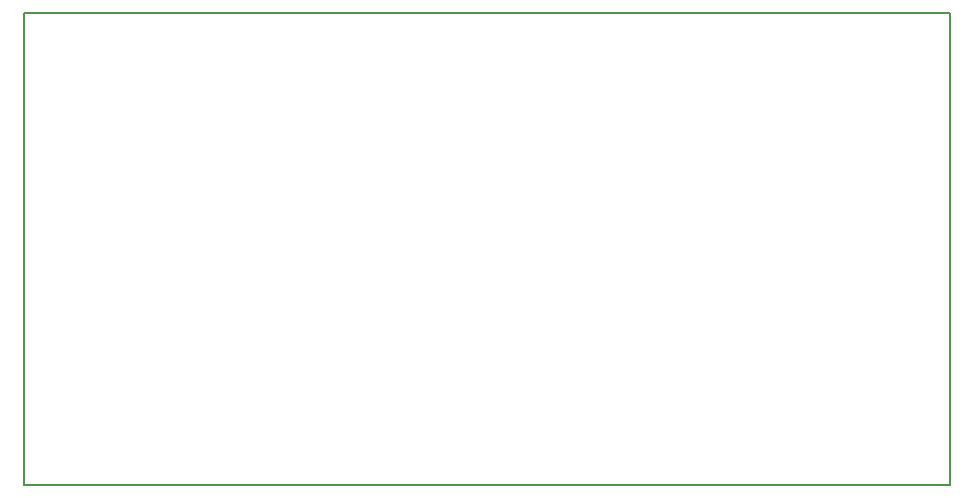
<source format=gbr>
G04 #@! TF.FileFunction,Profile,NP*
%FSLAX46Y46*%
G04 Gerber Fmt 4.6, Leading zero omitted, Abs format (unit mm)*
G04 Created by KiCad (PCBNEW (2014-jul-16 BZR unknown)-product) date Qua 03 Dez 2014 13:36:09 BRST*
%MOMM*%
G01*
G04 APERTURE LIST*
%ADD10C,0.150000*%
%ADD11C,0.200000*%
G04 APERTURE END LIST*
D10*
D11*
X0Y0D02*
X78400000Y0D01*
X78400000Y-40000000D02*
X0Y-40000000D01*
X78400000Y-40000000D02*
X78400000Y0D01*
X0Y0D02*
X0Y-40000000D01*
M02*

</source>
